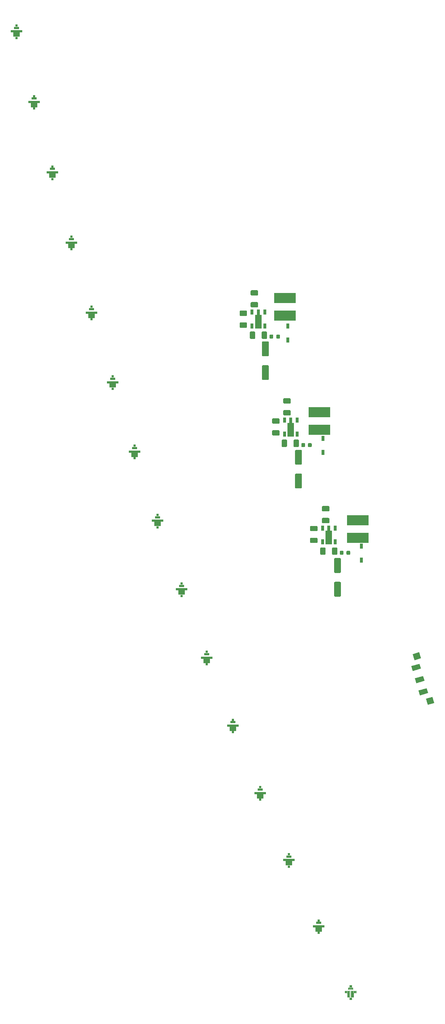
<source format=gbr>
G04 #@! TF.GenerationSoftware,KiCad,Pcbnew,(5.1.2)-1*
G04 #@! TF.CreationDate,2019-06-19T14:51:22+02:00*
G04 #@! TF.ProjectId,stop_light,73746f70-5f6c-4696-9768-742e6b696361,rev?*
G04 #@! TF.SameCoordinates,Original*
G04 #@! TF.FileFunction,Paste,Top*
G04 #@! TF.FilePolarity,Positive*
%FSLAX46Y46*%
G04 Gerber Fmt 4.6, Leading zero omitted, Abs format (unit mm)*
G04 Created by KiCad (PCBNEW (5.1.2)-1) date 2019-06-19 14:51:22*
%MOMM*%
%LPD*%
G04 APERTURE LIST*
%ADD10C,0.010000*%
%ADD11R,0.520000X0.600000*%
%ADD12R,1.100000X0.400000*%
%ADD13R,0.600000X0.400000*%
%ADD14R,0.600000X1.400000*%
%ADD15R,0.500000X0.400000*%
%ADD16R,0.600000X0.600000*%
%ADD17R,1.200000X0.550000*%
%ADD18R,1.600000X1.000000*%
%ADD19R,2.800000X0.500000*%
%ADD20C,0.100000*%
%ADD21C,1.600000*%
%ADD22C,1.200000*%
%ADD23C,1.500000*%
%ADD24R,1.500000X3.300000*%
%ADD25R,0.680000X1.200000*%
%ADD26R,0.680000X1.400000*%
%ADD27C,0.875000*%
%ADD28C,1.250000*%
%ADD29R,5.100000X2.350000*%
%ADD30R,0.800000X1.250000*%
G04 APERTURE END LIST*
D10*
X576323858Y-122050000D02*
X576620603Y-122050000D01*
X577122615Y-124454309D02*
X576622615Y-124454309D01*
X576622615Y-124854309D02*
X577122615Y-124854309D01*
X576124400Y-123254309D02*
X576124400Y-124254308D01*
X576724869Y-124254308D02*
X576724869Y-122854310D01*
X577026007Y-122854310D02*
X578202614Y-122854310D01*
X575522615Y-122844309D02*
X575522615Y-123254309D01*
X578222615Y-122854310D02*
X578222615Y-123254310D01*
X578202614Y-122854310D02*
X578222615Y-122854310D01*
X576620603Y-121458591D02*
X577130000Y-121458591D01*
X577420232Y-122449986D02*
X576323858Y-122449986D01*
X577614311Y-124254308D02*
X577026007Y-124254308D01*
X575522615Y-123254309D02*
X576124400Y-123254309D01*
X576323858Y-122449986D02*
X576323858Y-122050000D01*
X577122615Y-124854309D02*
X577122615Y-124454309D01*
X577026007Y-124254308D02*
X577026007Y-122854310D01*
X578202614Y-123254310D02*
X577614311Y-123254310D01*
X577420232Y-122050000D02*
X577420232Y-122449986D01*
X577130000Y-121458591D02*
X577130000Y-122050000D01*
X576124400Y-124254308D02*
X576724869Y-124254308D01*
X576620603Y-122050000D02*
X576620603Y-121458591D01*
X576622615Y-124454309D02*
X576622615Y-124854309D01*
X576724869Y-122854310D02*
X575522615Y-122844309D01*
X578222615Y-123254310D02*
X578202614Y-123254310D01*
X577614311Y-123254310D02*
X577614311Y-124254308D01*
X577130000Y-122050000D02*
X577420232Y-122050000D01*
D11*
X576870000Y-121760000D03*
D12*
X576870000Y-122250000D03*
D13*
X577930000Y-123050000D03*
X575830000Y-123050000D03*
D14*
X577330000Y-123550000D03*
X576430000Y-123550000D03*
D15*
X576870000Y-124650000D03*
D16*
X569400000Y-106190000D03*
D17*
X569400000Y-106755000D03*
D16*
X569400000Y-109130000D03*
D18*
X569400000Y-108330000D03*
D19*
X569400000Y-107580000D03*
D16*
X562310000Y-90560000D03*
D17*
X562310000Y-91125000D03*
D16*
X562310000Y-93500000D03*
D18*
X562310000Y-92700000D03*
D19*
X562310000Y-91950000D03*
D16*
X549110000Y-58870000D03*
D17*
X549110000Y-59435000D03*
D16*
X549110000Y-61810000D03*
D18*
X549110000Y-61010000D03*
D19*
X549110000Y-60260000D03*
D16*
X555550000Y-74770000D03*
D17*
X555550000Y-75335000D03*
D16*
X555550000Y-77710000D03*
D18*
X555550000Y-76910000D03*
D19*
X555550000Y-76160000D03*
D16*
X531390000Y-10540000D03*
D17*
X531390000Y-11105000D03*
D16*
X531390000Y-13480000D03*
D18*
X531390000Y-12680000D03*
D19*
X531390000Y-11930000D03*
D16*
X525970000Y5750000D03*
D17*
X525970000Y5185000D03*
D16*
X525970000Y2810000D03*
D18*
X525970000Y3610000D03*
D19*
X525970000Y4360000D03*
D16*
X537050000Y-26730000D03*
D17*
X537050000Y-27295000D03*
D16*
X537050000Y-29670000D03*
D18*
X537050000Y-28870000D03*
D19*
X537050000Y-28120000D03*
D16*
X520780000Y22110000D03*
D17*
X520780000Y21545000D03*
D16*
X520780000Y19170000D03*
D18*
X520780000Y19970000D03*
D19*
X520780000Y20720000D03*
D16*
X542950000Y-42850000D03*
D17*
X542950000Y-43415000D03*
D16*
X542950000Y-45790000D03*
D18*
X542950000Y-44990000D03*
D19*
X542950000Y-44240000D03*
D16*
X515810000Y38530000D03*
D17*
X515810000Y37965000D03*
D16*
X515810000Y35590000D03*
D18*
X515810000Y36390000D03*
D19*
X515810000Y37140000D03*
D16*
X511070000Y55040000D03*
D17*
X511070000Y54475000D03*
D16*
X511070000Y52100000D03*
D18*
X511070000Y52900000D03*
D19*
X511070000Y53650000D03*
D16*
X506540000Y71590000D03*
D17*
X506540000Y71025000D03*
D16*
X506540000Y68650000D03*
D18*
X506540000Y69450000D03*
D19*
X506540000Y70200000D03*
D16*
X502220000Y88200000D03*
D17*
X502220000Y87635000D03*
D16*
X502220000Y85260000D03*
D18*
X502220000Y86060000D03*
D19*
X502220000Y86810000D03*
D16*
X498090000Y104855000D03*
D17*
X498090000Y104290000D03*
D16*
X498090000Y101915000D03*
D18*
X498090000Y102715000D03*
D19*
X498090000Y103465000D03*
D20*
G36*
X574394504Y-20741204D02*
G01*
X574418773Y-20744804D01*
X574442571Y-20750765D01*
X574465671Y-20759030D01*
X574487849Y-20769520D01*
X574508893Y-20782133D01*
X574528598Y-20796747D01*
X574546777Y-20813223D01*
X574563253Y-20831402D01*
X574577867Y-20851107D01*
X574590480Y-20872151D01*
X574600970Y-20894329D01*
X574609235Y-20917429D01*
X574615196Y-20941227D01*
X574618796Y-20965496D01*
X574620000Y-20990000D01*
X574620000Y-23990000D01*
X574618796Y-24014504D01*
X574615196Y-24038773D01*
X574609235Y-24062571D01*
X574600970Y-24085671D01*
X574590480Y-24107849D01*
X574577867Y-24128893D01*
X574563253Y-24148598D01*
X574546777Y-24166777D01*
X574528598Y-24183253D01*
X574508893Y-24197867D01*
X574487849Y-24210480D01*
X574465671Y-24220970D01*
X574442571Y-24229235D01*
X574418773Y-24235196D01*
X574394504Y-24238796D01*
X574370000Y-24240000D01*
X573270000Y-24240000D01*
X573245496Y-24238796D01*
X573221227Y-24235196D01*
X573197429Y-24229235D01*
X573174329Y-24220970D01*
X573152151Y-24210480D01*
X573131107Y-24197867D01*
X573111402Y-24183253D01*
X573093223Y-24166777D01*
X573076747Y-24148598D01*
X573062133Y-24128893D01*
X573049520Y-24107849D01*
X573039030Y-24085671D01*
X573030765Y-24062571D01*
X573024804Y-24038773D01*
X573021204Y-24014504D01*
X573020000Y-23990000D01*
X573020000Y-20990000D01*
X573021204Y-20965496D01*
X573024804Y-20941227D01*
X573030765Y-20917429D01*
X573039030Y-20894329D01*
X573049520Y-20872151D01*
X573062133Y-20851107D01*
X573076747Y-20831402D01*
X573093223Y-20813223D01*
X573111402Y-20796747D01*
X573131107Y-20782133D01*
X573152151Y-20769520D01*
X573174329Y-20759030D01*
X573197429Y-20750765D01*
X573221227Y-20744804D01*
X573245496Y-20741204D01*
X573270000Y-20740000D01*
X574370000Y-20740000D01*
X574394504Y-20741204D01*
X574394504Y-20741204D01*
G37*
D21*
X573820000Y-22490000D03*
D20*
G36*
X574394504Y-26341204D02*
G01*
X574418773Y-26344804D01*
X574442571Y-26350765D01*
X574465671Y-26359030D01*
X574487849Y-26369520D01*
X574508893Y-26382133D01*
X574528598Y-26396747D01*
X574546777Y-26413223D01*
X574563253Y-26431402D01*
X574577867Y-26451107D01*
X574590480Y-26472151D01*
X574600970Y-26494329D01*
X574609235Y-26517429D01*
X574615196Y-26541227D01*
X574618796Y-26565496D01*
X574620000Y-26590000D01*
X574620000Y-29590000D01*
X574618796Y-29614504D01*
X574615196Y-29638773D01*
X574609235Y-29662571D01*
X574600970Y-29685671D01*
X574590480Y-29707849D01*
X574577867Y-29728893D01*
X574563253Y-29748598D01*
X574546777Y-29766777D01*
X574528598Y-29783253D01*
X574508893Y-29797867D01*
X574487849Y-29810480D01*
X574465671Y-29820970D01*
X574442571Y-29829235D01*
X574418773Y-29835196D01*
X574394504Y-29838796D01*
X574370000Y-29840000D01*
X573270000Y-29840000D01*
X573245496Y-29838796D01*
X573221227Y-29835196D01*
X573197429Y-29829235D01*
X573174329Y-29820970D01*
X573152151Y-29810480D01*
X573131107Y-29797867D01*
X573111402Y-29783253D01*
X573093223Y-29766777D01*
X573076747Y-29748598D01*
X573062133Y-29728893D01*
X573049520Y-29707849D01*
X573039030Y-29685671D01*
X573030765Y-29662571D01*
X573024804Y-29638773D01*
X573021204Y-29614504D01*
X573020000Y-29590000D01*
X573020000Y-26590000D01*
X573021204Y-26565496D01*
X573024804Y-26541227D01*
X573030765Y-26517429D01*
X573039030Y-26494329D01*
X573049520Y-26472151D01*
X573062133Y-26451107D01*
X573076747Y-26431402D01*
X573093223Y-26413223D01*
X573111402Y-26396747D01*
X573131107Y-26382133D01*
X573152151Y-26369520D01*
X573174329Y-26359030D01*
X573197429Y-26350765D01*
X573221227Y-26344804D01*
X573245496Y-26341204D01*
X573270000Y-26340000D01*
X574370000Y-26340000D01*
X574394504Y-26341204D01*
X574394504Y-26341204D01*
G37*
D21*
X573820000Y-28090000D03*
D22*
X594047024Y-52277942D03*
D20*
G36*
X592918305Y-51984695D02*
G01*
X594836933Y-51420012D01*
X595175743Y-52571189D01*
X593257115Y-53135872D01*
X592918305Y-51984695D01*
X592918305Y-51984695D01*
G37*
D22*
X593200000Y-49400000D03*
D20*
G36*
X592071281Y-49106753D02*
G01*
X593989909Y-48542070D01*
X594328719Y-49693247D01*
X592410091Y-50257930D01*
X592071281Y-49106753D01*
X592071281Y-49106753D01*
G37*
D22*
X592352976Y-46522058D03*
D20*
G36*
X591224257Y-46228811D02*
G01*
X593142885Y-45664128D01*
X593481695Y-46815305D01*
X591563067Y-47379988D01*
X591224257Y-46228811D01*
X591224257Y-46228811D01*
G37*
D23*
X592558470Y-43855549D03*
D20*
G36*
X591579263Y-43361937D02*
G01*
X593114165Y-42910190D01*
X593537677Y-44349161D01*
X592002775Y-44800908D01*
X591579263Y-43361937D01*
X591579263Y-43361937D01*
G37*
D23*
X595664226Y-54408002D03*
D20*
G36*
X594685019Y-53914390D02*
G01*
X596219921Y-53462643D01*
X596643433Y-54901614D01*
X595108531Y-55353361D01*
X594685019Y-53914390D01*
X594685019Y-53914390D01*
G37*
D24*
X571770000Y-15900000D03*
D25*
X573270000Y-16945000D03*
X570270000Y-16945000D03*
X570270000Y-13645000D03*
D26*
X571770000Y-13745000D03*
D25*
X573270000Y-13645000D03*
D20*
G36*
X575032691Y-19020053D02*
G01*
X575053926Y-19023203D01*
X575074750Y-19028419D01*
X575094962Y-19035651D01*
X575114368Y-19044830D01*
X575132781Y-19055866D01*
X575150024Y-19068654D01*
X575165930Y-19083070D01*
X575180346Y-19098976D01*
X575193134Y-19116219D01*
X575204170Y-19134632D01*
X575213349Y-19154038D01*
X575220581Y-19174250D01*
X575225797Y-19195074D01*
X575228947Y-19216309D01*
X575230000Y-19237750D01*
X575230000Y-19750250D01*
X575228947Y-19771691D01*
X575225797Y-19792926D01*
X575220581Y-19813750D01*
X575213349Y-19833962D01*
X575204170Y-19853368D01*
X575193134Y-19871781D01*
X575180346Y-19889024D01*
X575165930Y-19904930D01*
X575150024Y-19919346D01*
X575132781Y-19932134D01*
X575114368Y-19943170D01*
X575094962Y-19952349D01*
X575074750Y-19959581D01*
X575053926Y-19964797D01*
X575032691Y-19967947D01*
X575011250Y-19969000D01*
X574573750Y-19969000D01*
X574552309Y-19967947D01*
X574531074Y-19964797D01*
X574510250Y-19959581D01*
X574490038Y-19952349D01*
X574470632Y-19943170D01*
X574452219Y-19932134D01*
X574434976Y-19919346D01*
X574419070Y-19904930D01*
X574404654Y-19889024D01*
X574391866Y-19871781D01*
X574380830Y-19853368D01*
X574371651Y-19833962D01*
X574364419Y-19813750D01*
X574359203Y-19792926D01*
X574356053Y-19771691D01*
X574355000Y-19750250D01*
X574355000Y-19237750D01*
X574356053Y-19216309D01*
X574359203Y-19195074D01*
X574364419Y-19174250D01*
X574371651Y-19154038D01*
X574380830Y-19134632D01*
X574391866Y-19116219D01*
X574404654Y-19098976D01*
X574419070Y-19083070D01*
X574434976Y-19068654D01*
X574452219Y-19055866D01*
X574470632Y-19044830D01*
X574490038Y-19035651D01*
X574510250Y-19028419D01*
X574531074Y-19023203D01*
X574552309Y-19020053D01*
X574573750Y-19019000D01*
X575011250Y-19019000D01*
X575032691Y-19020053D01*
X575032691Y-19020053D01*
G37*
D27*
X574792500Y-19494000D03*
D20*
G36*
X576607691Y-19020053D02*
G01*
X576628926Y-19023203D01*
X576649750Y-19028419D01*
X576669962Y-19035651D01*
X576689368Y-19044830D01*
X576707781Y-19055866D01*
X576725024Y-19068654D01*
X576740930Y-19083070D01*
X576755346Y-19098976D01*
X576768134Y-19116219D01*
X576779170Y-19134632D01*
X576788349Y-19154038D01*
X576795581Y-19174250D01*
X576800797Y-19195074D01*
X576803947Y-19216309D01*
X576805000Y-19237750D01*
X576805000Y-19750250D01*
X576803947Y-19771691D01*
X576800797Y-19792926D01*
X576795581Y-19813750D01*
X576788349Y-19833962D01*
X576779170Y-19853368D01*
X576768134Y-19871781D01*
X576755346Y-19889024D01*
X576740930Y-19904930D01*
X576725024Y-19919346D01*
X576707781Y-19932134D01*
X576689368Y-19943170D01*
X576669962Y-19952349D01*
X576649750Y-19959581D01*
X576628926Y-19964797D01*
X576607691Y-19967947D01*
X576586250Y-19969000D01*
X576148750Y-19969000D01*
X576127309Y-19967947D01*
X576106074Y-19964797D01*
X576085250Y-19959581D01*
X576065038Y-19952349D01*
X576045632Y-19943170D01*
X576027219Y-19932134D01*
X576009976Y-19919346D01*
X575994070Y-19904930D01*
X575979654Y-19889024D01*
X575966866Y-19871781D01*
X575955830Y-19853368D01*
X575946651Y-19833962D01*
X575939419Y-19813750D01*
X575934203Y-19792926D01*
X575931053Y-19771691D01*
X575930000Y-19750250D01*
X575930000Y-19237750D01*
X575931053Y-19216309D01*
X575934203Y-19195074D01*
X575939419Y-19174250D01*
X575946651Y-19154038D01*
X575955830Y-19134632D01*
X575966866Y-19116219D01*
X575979654Y-19098976D01*
X575994070Y-19083070D01*
X576009976Y-19068654D01*
X576027219Y-19055866D01*
X576045632Y-19044830D01*
X576065038Y-19035651D01*
X576085250Y-19028419D01*
X576106074Y-19023203D01*
X576127309Y-19020053D01*
X576148750Y-19019000D01*
X576586250Y-19019000D01*
X576607691Y-19020053D01*
X576607691Y-19020053D01*
G37*
D27*
X576367500Y-19494000D03*
D20*
G36*
X568863504Y-15949004D02*
G01*
X568887773Y-15952604D01*
X568911571Y-15958565D01*
X568934671Y-15966830D01*
X568956849Y-15977320D01*
X568977893Y-15989933D01*
X568997598Y-16004547D01*
X569015777Y-16021023D01*
X569032253Y-16039202D01*
X569046867Y-16058907D01*
X569059480Y-16079951D01*
X569069970Y-16102129D01*
X569078235Y-16125229D01*
X569084196Y-16149027D01*
X569087796Y-16173296D01*
X569089000Y-16197800D01*
X569089000Y-16947800D01*
X569087796Y-16972304D01*
X569084196Y-16996573D01*
X569078235Y-17020371D01*
X569069970Y-17043471D01*
X569059480Y-17065649D01*
X569046867Y-17086693D01*
X569032253Y-17106398D01*
X569015777Y-17124577D01*
X568997598Y-17141053D01*
X568977893Y-17155667D01*
X568956849Y-17168280D01*
X568934671Y-17178770D01*
X568911571Y-17187035D01*
X568887773Y-17192996D01*
X568863504Y-17196596D01*
X568839000Y-17197800D01*
X567589000Y-17197800D01*
X567564496Y-17196596D01*
X567540227Y-17192996D01*
X567516429Y-17187035D01*
X567493329Y-17178770D01*
X567471151Y-17168280D01*
X567450107Y-17155667D01*
X567430402Y-17141053D01*
X567412223Y-17124577D01*
X567395747Y-17106398D01*
X567381133Y-17086693D01*
X567368520Y-17065649D01*
X567358030Y-17043471D01*
X567349765Y-17020371D01*
X567343804Y-16996573D01*
X567340204Y-16972304D01*
X567339000Y-16947800D01*
X567339000Y-16197800D01*
X567340204Y-16173296D01*
X567343804Y-16149027D01*
X567349765Y-16125229D01*
X567358030Y-16102129D01*
X567368520Y-16079951D01*
X567381133Y-16058907D01*
X567395747Y-16039202D01*
X567412223Y-16021023D01*
X567430402Y-16004547D01*
X567450107Y-15989933D01*
X567471151Y-15977320D01*
X567493329Y-15966830D01*
X567516429Y-15958565D01*
X567540227Y-15952604D01*
X567564496Y-15949004D01*
X567589000Y-15947800D01*
X568839000Y-15947800D01*
X568863504Y-15949004D01*
X568863504Y-15949004D01*
G37*
D28*
X568214000Y-16572800D03*
D20*
G36*
X568863504Y-13149004D02*
G01*
X568887773Y-13152604D01*
X568911571Y-13158565D01*
X568934671Y-13166830D01*
X568956849Y-13177320D01*
X568977893Y-13189933D01*
X568997598Y-13204547D01*
X569015777Y-13221023D01*
X569032253Y-13239202D01*
X569046867Y-13258907D01*
X569059480Y-13279951D01*
X569069970Y-13302129D01*
X569078235Y-13325229D01*
X569084196Y-13349027D01*
X569087796Y-13373296D01*
X569089000Y-13397800D01*
X569089000Y-14147800D01*
X569087796Y-14172304D01*
X569084196Y-14196573D01*
X569078235Y-14220371D01*
X569069970Y-14243471D01*
X569059480Y-14265649D01*
X569046867Y-14286693D01*
X569032253Y-14306398D01*
X569015777Y-14324577D01*
X568997598Y-14341053D01*
X568977893Y-14355667D01*
X568956849Y-14368280D01*
X568934671Y-14378770D01*
X568911571Y-14387035D01*
X568887773Y-14392996D01*
X568863504Y-14396596D01*
X568839000Y-14397800D01*
X567589000Y-14397800D01*
X567564496Y-14396596D01*
X567540227Y-14392996D01*
X567516429Y-14387035D01*
X567493329Y-14378770D01*
X567471151Y-14368280D01*
X567450107Y-14355667D01*
X567430402Y-14341053D01*
X567412223Y-14324577D01*
X567395747Y-14306398D01*
X567381133Y-14286693D01*
X567368520Y-14265649D01*
X567358030Y-14243471D01*
X567349765Y-14220371D01*
X567343804Y-14196573D01*
X567340204Y-14172304D01*
X567339000Y-14147800D01*
X567339000Y-13397800D01*
X567340204Y-13373296D01*
X567343804Y-13349027D01*
X567349765Y-13325229D01*
X567358030Y-13302129D01*
X567368520Y-13279951D01*
X567381133Y-13258907D01*
X567395747Y-13239202D01*
X567412223Y-13221023D01*
X567430402Y-13204547D01*
X567450107Y-13189933D01*
X567471151Y-13177320D01*
X567493329Y-13166830D01*
X567516429Y-13158565D01*
X567540227Y-13152604D01*
X567564496Y-13149004D01*
X567589000Y-13147800D01*
X568839000Y-13147800D01*
X568863504Y-13149004D01*
X568863504Y-13149004D01*
G37*
D28*
X568214000Y-13772800D03*
D29*
X578628000Y-15981000D03*
X578628000Y-11831000D03*
D20*
G36*
X567527691Y6373947D02*
G01*
X567548926Y6370797D01*
X567569750Y6365581D01*
X567589962Y6358349D01*
X567609368Y6349170D01*
X567627781Y6338134D01*
X567645024Y6325346D01*
X567660930Y6310930D01*
X567675346Y6295024D01*
X567688134Y6277781D01*
X567699170Y6259368D01*
X567708349Y6239962D01*
X567715581Y6219750D01*
X567720797Y6198926D01*
X567723947Y6177691D01*
X567725000Y6156250D01*
X567725000Y5643750D01*
X567723947Y5622309D01*
X567720797Y5601074D01*
X567715581Y5580250D01*
X567708349Y5560038D01*
X567699170Y5540632D01*
X567688134Y5522219D01*
X567675346Y5504976D01*
X567660930Y5489070D01*
X567645024Y5474654D01*
X567627781Y5461866D01*
X567609368Y5450830D01*
X567589962Y5441651D01*
X567569750Y5434419D01*
X567548926Y5429203D01*
X567527691Y5426053D01*
X567506250Y5425000D01*
X567068750Y5425000D01*
X567047309Y5426053D01*
X567026074Y5429203D01*
X567005250Y5434419D01*
X566985038Y5441651D01*
X566965632Y5450830D01*
X566947219Y5461866D01*
X566929976Y5474654D01*
X566914070Y5489070D01*
X566899654Y5504976D01*
X566886866Y5522219D01*
X566875830Y5540632D01*
X566866651Y5560038D01*
X566859419Y5580250D01*
X566854203Y5601074D01*
X566851053Y5622309D01*
X566850000Y5643750D01*
X566850000Y6156250D01*
X566851053Y6177691D01*
X566854203Y6198926D01*
X566859419Y6219750D01*
X566866651Y6239962D01*
X566875830Y6259368D01*
X566886866Y6277781D01*
X566899654Y6295024D01*
X566914070Y6310930D01*
X566929976Y6325346D01*
X566947219Y6338134D01*
X566965632Y6349170D01*
X566985038Y6358349D01*
X567005250Y6365581D01*
X567026074Y6370797D01*
X567047309Y6373947D01*
X567068750Y6375000D01*
X567506250Y6375000D01*
X567527691Y6373947D01*
X567527691Y6373947D01*
G37*
D27*
X567287500Y5900000D03*
D20*
G36*
X565952691Y6373947D02*
G01*
X565973926Y6370797D01*
X565994750Y6365581D01*
X566014962Y6358349D01*
X566034368Y6349170D01*
X566052781Y6338134D01*
X566070024Y6325346D01*
X566085930Y6310930D01*
X566100346Y6295024D01*
X566113134Y6277781D01*
X566124170Y6259368D01*
X566133349Y6239962D01*
X566140581Y6219750D01*
X566145797Y6198926D01*
X566148947Y6177691D01*
X566150000Y6156250D01*
X566150000Y5643750D01*
X566148947Y5622309D01*
X566145797Y5601074D01*
X566140581Y5580250D01*
X566133349Y5560038D01*
X566124170Y5540632D01*
X566113134Y5522219D01*
X566100346Y5504976D01*
X566085930Y5489070D01*
X566070024Y5474654D01*
X566052781Y5461866D01*
X566034368Y5450830D01*
X566014962Y5441651D01*
X565994750Y5434419D01*
X565973926Y5429203D01*
X565952691Y5426053D01*
X565931250Y5425000D01*
X565493750Y5425000D01*
X565472309Y5426053D01*
X565451074Y5429203D01*
X565430250Y5434419D01*
X565410038Y5441651D01*
X565390632Y5450830D01*
X565372219Y5461866D01*
X565354976Y5474654D01*
X565339070Y5489070D01*
X565324654Y5504976D01*
X565311866Y5522219D01*
X565300830Y5540632D01*
X565291651Y5560038D01*
X565284419Y5580250D01*
X565279203Y5601074D01*
X565276053Y5622309D01*
X565275000Y5643750D01*
X565275000Y6156250D01*
X565276053Y6177691D01*
X565279203Y6198926D01*
X565284419Y6219750D01*
X565291651Y6239962D01*
X565300830Y6259368D01*
X565311866Y6277781D01*
X565324654Y6295024D01*
X565339070Y6310930D01*
X565354976Y6325346D01*
X565372219Y6338134D01*
X565390632Y6349170D01*
X565410038Y6358349D01*
X565430250Y6365581D01*
X565451074Y6370797D01*
X565472309Y6373947D01*
X565493750Y6375000D01*
X565931250Y6375000D01*
X565952691Y6373947D01*
X565952691Y6373947D01*
G37*
D27*
X565712500Y5900000D03*
D20*
G36*
X559915504Y12207796D02*
G01*
X559939773Y12204196D01*
X559963571Y12198235D01*
X559986671Y12189970D01*
X560008849Y12179480D01*
X560029893Y12166867D01*
X560049598Y12152253D01*
X560067777Y12135777D01*
X560084253Y12117598D01*
X560098867Y12097893D01*
X560111480Y12076849D01*
X560121970Y12054671D01*
X560130235Y12031571D01*
X560136196Y12007773D01*
X560139796Y11983504D01*
X560141000Y11959000D01*
X560141000Y11209000D01*
X560139796Y11184496D01*
X560136196Y11160227D01*
X560130235Y11136429D01*
X560121970Y11113329D01*
X560111480Y11091151D01*
X560098867Y11070107D01*
X560084253Y11050402D01*
X560067777Y11032223D01*
X560049598Y11015747D01*
X560029893Y11001133D01*
X560008849Y10988520D01*
X559986671Y10978030D01*
X559963571Y10969765D01*
X559939773Y10963804D01*
X559915504Y10960204D01*
X559891000Y10959000D01*
X558641000Y10959000D01*
X558616496Y10960204D01*
X558592227Y10963804D01*
X558568429Y10969765D01*
X558545329Y10978030D01*
X558523151Y10988520D01*
X558502107Y11001133D01*
X558482402Y11015747D01*
X558464223Y11032223D01*
X558447747Y11050402D01*
X558433133Y11070107D01*
X558420520Y11091151D01*
X558410030Y11113329D01*
X558401765Y11136429D01*
X558395804Y11160227D01*
X558392204Y11184496D01*
X558391000Y11209000D01*
X558391000Y11959000D01*
X558392204Y11983504D01*
X558395804Y12007773D01*
X558401765Y12031571D01*
X558410030Y12054671D01*
X558420520Y12076849D01*
X558433133Y12097893D01*
X558447747Y12117598D01*
X558464223Y12135777D01*
X558482402Y12152253D01*
X558502107Y12166867D01*
X558523151Y12179480D01*
X558545329Y12189970D01*
X558568429Y12198235D01*
X558592227Y12204196D01*
X558616496Y12207796D01*
X558641000Y12209000D01*
X559891000Y12209000D01*
X559915504Y12207796D01*
X559915504Y12207796D01*
G37*
D28*
X559266000Y11584000D03*
D20*
G36*
X559915504Y9407796D02*
G01*
X559939773Y9404196D01*
X559963571Y9398235D01*
X559986671Y9389970D01*
X560008849Y9379480D01*
X560029893Y9366867D01*
X560049598Y9352253D01*
X560067777Y9335777D01*
X560084253Y9317598D01*
X560098867Y9297893D01*
X560111480Y9276849D01*
X560121970Y9254671D01*
X560130235Y9231571D01*
X560136196Y9207773D01*
X560139796Y9183504D01*
X560141000Y9159000D01*
X560141000Y8409000D01*
X560139796Y8384496D01*
X560136196Y8360227D01*
X560130235Y8336429D01*
X560121970Y8313329D01*
X560111480Y8291151D01*
X560098867Y8270107D01*
X560084253Y8250402D01*
X560067777Y8232223D01*
X560049598Y8215747D01*
X560029893Y8201133D01*
X560008849Y8188520D01*
X559986671Y8178030D01*
X559963571Y8169765D01*
X559939773Y8163804D01*
X559915504Y8160204D01*
X559891000Y8159000D01*
X558641000Y8159000D01*
X558616496Y8160204D01*
X558592227Y8163804D01*
X558568429Y8169765D01*
X558545329Y8178030D01*
X558523151Y8188520D01*
X558502107Y8201133D01*
X558482402Y8215747D01*
X558464223Y8232223D01*
X558447747Y8250402D01*
X558433133Y8270107D01*
X558420520Y8291151D01*
X558410030Y8313329D01*
X558401765Y8336429D01*
X558395804Y8360227D01*
X558392204Y8384496D01*
X558391000Y8409000D01*
X558391000Y9159000D01*
X558392204Y9183504D01*
X558395804Y9207773D01*
X558401765Y9231571D01*
X558410030Y9254671D01*
X558420520Y9276849D01*
X558433133Y9297893D01*
X558447747Y9317598D01*
X558464223Y9335777D01*
X558482402Y9352253D01*
X558502107Y9366867D01*
X558523151Y9379480D01*
X558545329Y9389970D01*
X558568429Y9398235D01*
X558592227Y9404196D01*
X558616496Y9407796D01*
X558641000Y9409000D01*
X559891000Y9409000D01*
X559915504Y9407796D01*
X559915504Y9407796D01*
G37*
D28*
X559266000Y8784000D03*
D29*
X569516000Y13674000D03*
X569516000Y9524000D03*
D25*
X564306000Y11779000D03*
D26*
X562806000Y11679000D03*
D25*
X561306000Y11779000D03*
X561306000Y8479000D03*
X564306000Y8479000D03*
D24*
X562806000Y9524000D03*
D30*
X579420000Y-21240000D03*
X579420000Y-17940000D03*
X570416000Y7484000D03*
X570416000Y4184000D03*
D20*
G36*
X561675504Y7207796D02*
G01*
X561699773Y7204196D01*
X561723571Y7198235D01*
X561746671Y7189970D01*
X561768849Y7179480D01*
X561789893Y7166867D01*
X561809598Y7152253D01*
X561827777Y7135777D01*
X561844253Y7117598D01*
X561858867Y7097893D01*
X561871480Y7076849D01*
X561881970Y7054671D01*
X561890235Y7031571D01*
X561896196Y7007773D01*
X561899796Y6983504D01*
X561901000Y6959000D01*
X561901000Y5709000D01*
X561899796Y5684496D01*
X561896196Y5660227D01*
X561890235Y5636429D01*
X561881970Y5613329D01*
X561871480Y5591151D01*
X561858867Y5570107D01*
X561844253Y5550402D01*
X561827777Y5532223D01*
X561809598Y5515747D01*
X561789893Y5501133D01*
X561768849Y5488520D01*
X561746671Y5478030D01*
X561723571Y5469765D01*
X561699773Y5463804D01*
X561675504Y5460204D01*
X561651000Y5459000D01*
X560901000Y5459000D01*
X560876496Y5460204D01*
X560852227Y5463804D01*
X560828429Y5469765D01*
X560805329Y5478030D01*
X560783151Y5488520D01*
X560762107Y5501133D01*
X560742402Y5515747D01*
X560724223Y5532223D01*
X560707747Y5550402D01*
X560693133Y5570107D01*
X560680520Y5591151D01*
X560670030Y5613329D01*
X560661765Y5636429D01*
X560655804Y5660227D01*
X560652204Y5684496D01*
X560651000Y5709000D01*
X560651000Y6959000D01*
X560652204Y6983504D01*
X560655804Y7007773D01*
X560661765Y7031571D01*
X560670030Y7054671D01*
X560680520Y7076849D01*
X560693133Y7097893D01*
X560707747Y7117598D01*
X560724223Y7135777D01*
X560742402Y7152253D01*
X560762107Y7166867D01*
X560783151Y7179480D01*
X560805329Y7189970D01*
X560828429Y7198235D01*
X560852227Y7204196D01*
X560876496Y7207796D01*
X560901000Y7209000D01*
X561651000Y7209000D01*
X561675504Y7207796D01*
X561675504Y7207796D01*
G37*
D28*
X561276000Y6334000D03*
D20*
G36*
X564475504Y7207796D02*
G01*
X564499773Y7204196D01*
X564523571Y7198235D01*
X564546671Y7189970D01*
X564568849Y7179480D01*
X564589893Y7166867D01*
X564609598Y7152253D01*
X564627777Y7135777D01*
X564644253Y7117598D01*
X564658867Y7097893D01*
X564671480Y7076849D01*
X564681970Y7054671D01*
X564690235Y7031571D01*
X564696196Y7007773D01*
X564699796Y6983504D01*
X564701000Y6959000D01*
X564701000Y5709000D01*
X564699796Y5684496D01*
X564696196Y5660227D01*
X564690235Y5636429D01*
X564681970Y5613329D01*
X564671480Y5591151D01*
X564658867Y5570107D01*
X564644253Y5550402D01*
X564627777Y5532223D01*
X564609598Y5515747D01*
X564589893Y5501133D01*
X564568849Y5488520D01*
X564546671Y5478030D01*
X564523571Y5469765D01*
X564499773Y5463804D01*
X564475504Y5460204D01*
X564451000Y5459000D01*
X563701000Y5459000D01*
X563676496Y5460204D01*
X563652227Y5463804D01*
X563628429Y5469765D01*
X563605329Y5478030D01*
X563583151Y5488520D01*
X563562107Y5501133D01*
X563542402Y5515747D01*
X563524223Y5532223D01*
X563507747Y5550402D01*
X563493133Y5570107D01*
X563480520Y5591151D01*
X563470030Y5613329D01*
X563461765Y5636429D01*
X563455804Y5660227D01*
X563452204Y5684496D01*
X563451000Y5709000D01*
X563451000Y6959000D01*
X563452204Y6983504D01*
X563455804Y7007773D01*
X563461765Y7031571D01*
X563470030Y7054671D01*
X563480520Y7076849D01*
X563493133Y7097893D01*
X563507747Y7117598D01*
X563524223Y7135777D01*
X563542402Y7152253D01*
X563562107Y7166867D01*
X563583151Y7179480D01*
X563605329Y7189970D01*
X563628429Y7198235D01*
X563652227Y7204196D01*
X563676496Y7207796D01*
X563701000Y7209000D01*
X564451000Y7209000D01*
X564475504Y7207796D01*
X564475504Y7207796D01*
G37*
D28*
X564076000Y6334000D03*
D20*
G36*
X571669504Y-8466204D02*
G01*
X571693773Y-8469804D01*
X571717571Y-8475765D01*
X571740671Y-8484030D01*
X571762849Y-8494520D01*
X571783893Y-8507133D01*
X571803598Y-8521747D01*
X571821777Y-8538223D01*
X571838253Y-8556402D01*
X571852867Y-8576107D01*
X571865480Y-8597151D01*
X571875970Y-8619329D01*
X571884235Y-8642429D01*
X571890196Y-8666227D01*
X571893796Y-8690496D01*
X571895000Y-8715000D01*
X571895000Y-9465000D01*
X571893796Y-9489504D01*
X571890196Y-9513773D01*
X571884235Y-9537571D01*
X571875970Y-9560671D01*
X571865480Y-9582849D01*
X571852867Y-9603893D01*
X571838253Y-9623598D01*
X571821777Y-9641777D01*
X571803598Y-9658253D01*
X571783893Y-9672867D01*
X571762849Y-9685480D01*
X571740671Y-9695970D01*
X571717571Y-9704235D01*
X571693773Y-9710196D01*
X571669504Y-9713796D01*
X571645000Y-9715000D01*
X570395000Y-9715000D01*
X570370496Y-9713796D01*
X570346227Y-9710196D01*
X570322429Y-9704235D01*
X570299329Y-9695970D01*
X570277151Y-9685480D01*
X570256107Y-9672867D01*
X570236402Y-9658253D01*
X570218223Y-9641777D01*
X570201747Y-9623598D01*
X570187133Y-9603893D01*
X570174520Y-9582849D01*
X570164030Y-9560671D01*
X570155765Y-9537571D01*
X570149804Y-9513773D01*
X570146204Y-9489504D01*
X570145000Y-9465000D01*
X570145000Y-8715000D01*
X570146204Y-8690496D01*
X570149804Y-8666227D01*
X570155765Y-8642429D01*
X570164030Y-8619329D01*
X570174520Y-8597151D01*
X570187133Y-8576107D01*
X570201747Y-8556402D01*
X570218223Y-8538223D01*
X570236402Y-8521747D01*
X570256107Y-8507133D01*
X570277151Y-8494520D01*
X570299329Y-8484030D01*
X570322429Y-8475765D01*
X570346227Y-8469804D01*
X570370496Y-8466204D01*
X570395000Y-8465000D01*
X571645000Y-8465000D01*
X571669504Y-8466204D01*
X571669504Y-8466204D01*
G37*
D28*
X571020000Y-9090000D03*
D20*
G36*
X571669504Y-11266204D02*
G01*
X571693773Y-11269804D01*
X571717571Y-11275765D01*
X571740671Y-11284030D01*
X571762849Y-11294520D01*
X571783893Y-11307133D01*
X571803598Y-11321747D01*
X571821777Y-11338223D01*
X571838253Y-11356402D01*
X571852867Y-11376107D01*
X571865480Y-11397151D01*
X571875970Y-11419329D01*
X571884235Y-11442429D01*
X571890196Y-11466227D01*
X571893796Y-11490496D01*
X571895000Y-11515000D01*
X571895000Y-12265000D01*
X571893796Y-12289504D01*
X571890196Y-12313773D01*
X571884235Y-12337571D01*
X571875970Y-12360671D01*
X571865480Y-12382849D01*
X571852867Y-12403893D01*
X571838253Y-12423598D01*
X571821777Y-12441777D01*
X571803598Y-12458253D01*
X571783893Y-12472867D01*
X571762849Y-12485480D01*
X571740671Y-12495970D01*
X571717571Y-12504235D01*
X571693773Y-12510196D01*
X571669504Y-12513796D01*
X571645000Y-12515000D01*
X570395000Y-12515000D01*
X570370496Y-12513796D01*
X570346227Y-12510196D01*
X570322429Y-12504235D01*
X570299329Y-12495970D01*
X570277151Y-12485480D01*
X570256107Y-12472867D01*
X570236402Y-12458253D01*
X570218223Y-12441777D01*
X570201747Y-12423598D01*
X570187133Y-12403893D01*
X570174520Y-12382849D01*
X570164030Y-12360671D01*
X570155765Y-12337571D01*
X570149804Y-12313773D01*
X570146204Y-12289504D01*
X570145000Y-12265000D01*
X570145000Y-11515000D01*
X570146204Y-11490496D01*
X570149804Y-11466227D01*
X570155765Y-11442429D01*
X570164030Y-11419329D01*
X570174520Y-11397151D01*
X570187133Y-11376107D01*
X570201747Y-11356402D01*
X570218223Y-11338223D01*
X570236402Y-11321747D01*
X570256107Y-11307133D01*
X570277151Y-11294520D01*
X570299329Y-11284030D01*
X570322429Y-11275765D01*
X570346227Y-11269804D01*
X570370496Y-11266204D01*
X570395000Y-11265000D01*
X571645000Y-11265000D01*
X571669504Y-11266204D01*
X571669504Y-11266204D01*
G37*
D28*
X571020000Y-11890000D03*
D20*
G36*
X562539504Y14151796D02*
G01*
X562563773Y14148196D01*
X562587571Y14142235D01*
X562610671Y14133970D01*
X562632849Y14123480D01*
X562653893Y14110867D01*
X562673598Y14096253D01*
X562691777Y14079777D01*
X562708253Y14061598D01*
X562722867Y14041893D01*
X562735480Y14020849D01*
X562745970Y13998671D01*
X562754235Y13975571D01*
X562760196Y13951773D01*
X562763796Y13927504D01*
X562765000Y13903000D01*
X562765000Y13153000D01*
X562763796Y13128496D01*
X562760196Y13104227D01*
X562754235Y13080429D01*
X562745970Y13057329D01*
X562735480Y13035151D01*
X562722867Y13014107D01*
X562708253Y12994402D01*
X562691777Y12976223D01*
X562673598Y12959747D01*
X562653893Y12945133D01*
X562632849Y12932520D01*
X562610671Y12922030D01*
X562587571Y12913765D01*
X562563773Y12907804D01*
X562539504Y12904204D01*
X562515000Y12903000D01*
X561265000Y12903000D01*
X561240496Y12904204D01*
X561216227Y12907804D01*
X561192429Y12913765D01*
X561169329Y12922030D01*
X561147151Y12932520D01*
X561126107Y12945133D01*
X561106402Y12959747D01*
X561088223Y12976223D01*
X561071747Y12994402D01*
X561057133Y13014107D01*
X561044520Y13035151D01*
X561034030Y13057329D01*
X561025765Y13080429D01*
X561019804Y13104227D01*
X561016204Y13128496D01*
X561015000Y13153000D01*
X561015000Y13903000D01*
X561016204Y13927504D01*
X561019804Y13951773D01*
X561025765Y13975571D01*
X561034030Y13998671D01*
X561044520Y14020849D01*
X561057133Y14041893D01*
X561071747Y14061598D01*
X561088223Y14079777D01*
X561106402Y14096253D01*
X561126107Y14110867D01*
X561147151Y14123480D01*
X561169329Y14133970D01*
X561192429Y14142235D01*
X561216227Y14148196D01*
X561240496Y14151796D01*
X561265000Y14153000D01*
X562515000Y14153000D01*
X562539504Y14151796D01*
X562539504Y14151796D01*
G37*
D28*
X561890000Y13528000D03*
D20*
G36*
X562539504Y16951796D02*
G01*
X562563773Y16948196D01*
X562587571Y16942235D01*
X562610671Y16933970D01*
X562632849Y16923480D01*
X562653893Y16910867D01*
X562673598Y16896253D01*
X562691777Y16879777D01*
X562708253Y16861598D01*
X562722867Y16841893D01*
X562735480Y16820849D01*
X562745970Y16798671D01*
X562754235Y16775571D01*
X562760196Y16751773D01*
X562763796Y16727504D01*
X562765000Y16703000D01*
X562765000Y15953000D01*
X562763796Y15928496D01*
X562760196Y15904227D01*
X562754235Y15880429D01*
X562745970Y15857329D01*
X562735480Y15835151D01*
X562722867Y15814107D01*
X562708253Y15794402D01*
X562691777Y15776223D01*
X562673598Y15759747D01*
X562653893Y15745133D01*
X562632849Y15732520D01*
X562610671Y15722030D01*
X562587571Y15713765D01*
X562563773Y15707804D01*
X562539504Y15704204D01*
X562515000Y15703000D01*
X561265000Y15703000D01*
X561240496Y15704204D01*
X561216227Y15707804D01*
X561192429Y15713765D01*
X561169329Y15722030D01*
X561147151Y15732520D01*
X561126107Y15745133D01*
X561106402Y15759747D01*
X561088223Y15776223D01*
X561071747Y15794402D01*
X561057133Y15814107D01*
X561044520Y15835151D01*
X561034030Y15857329D01*
X561025765Y15880429D01*
X561019804Y15904227D01*
X561016204Y15928496D01*
X561015000Y15953000D01*
X561015000Y16703000D01*
X561016204Y16727504D01*
X561019804Y16751773D01*
X561025765Y16775571D01*
X561034030Y16798671D01*
X561044520Y16820849D01*
X561057133Y16841893D01*
X561071747Y16861598D01*
X561088223Y16879777D01*
X561106402Y16896253D01*
X561126107Y16910867D01*
X561147151Y16923480D01*
X561169329Y16933970D01*
X561192429Y16942235D01*
X561216227Y16948196D01*
X561240496Y16951796D01*
X561265000Y16953000D01*
X562515000Y16953000D01*
X562539504Y16951796D01*
X562539504Y16951796D01*
G37*
D28*
X561890000Y16328000D03*
D20*
G36*
X560040191Y31973947D02*
G01*
X560061426Y31970797D01*
X560082250Y31965581D01*
X560102462Y31958349D01*
X560121868Y31949170D01*
X560140281Y31938134D01*
X560157524Y31925346D01*
X560173430Y31910930D01*
X560187846Y31895024D01*
X560200634Y31877781D01*
X560211670Y31859368D01*
X560220849Y31839962D01*
X560228081Y31819750D01*
X560233297Y31798926D01*
X560236447Y31777691D01*
X560237500Y31756250D01*
X560237500Y31243750D01*
X560236447Y31222309D01*
X560233297Y31201074D01*
X560228081Y31180250D01*
X560220849Y31160038D01*
X560211670Y31140632D01*
X560200634Y31122219D01*
X560187846Y31104976D01*
X560173430Y31089070D01*
X560157524Y31074654D01*
X560140281Y31061866D01*
X560121868Y31050830D01*
X560102462Y31041651D01*
X560082250Y31034419D01*
X560061426Y31029203D01*
X560040191Y31026053D01*
X560018750Y31025000D01*
X559581250Y31025000D01*
X559559809Y31026053D01*
X559538574Y31029203D01*
X559517750Y31034419D01*
X559497538Y31041651D01*
X559478132Y31050830D01*
X559459719Y31061866D01*
X559442476Y31074654D01*
X559426570Y31089070D01*
X559412154Y31104976D01*
X559399366Y31122219D01*
X559388330Y31140632D01*
X559379151Y31160038D01*
X559371919Y31180250D01*
X559366703Y31201074D01*
X559363553Y31222309D01*
X559362500Y31243750D01*
X559362500Y31756250D01*
X559363553Y31777691D01*
X559366703Y31798926D01*
X559371919Y31819750D01*
X559379151Y31839962D01*
X559388330Y31859368D01*
X559399366Y31877781D01*
X559412154Y31895024D01*
X559426570Y31910930D01*
X559442476Y31925346D01*
X559459719Y31938134D01*
X559478132Y31949170D01*
X559497538Y31958349D01*
X559517750Y31965581D01*
X559538574Y31970797D01*
X559559809Y31973947D01*
X559581250Y31975000D01*
X560018750Y31975000D01*
X560040191Y31973947D01*
X560040191Y31973947D01*
G37*
D27*
X559800000Y31500000D03*
D20*
G36*
X558465191Y31973947D02*
G01*
X558486426Y31970797D01*
X558507250Y31965581D01*
X558527462Y31958349D01*
X558546868Y31949170D01*
X558565281Y31938134D01*
X558582524Y31925346D01*
X558598430Y31910930D01*
X558612846Y31895024D01*
X558625634Y31877781D01*
X558636670Y31859368D01*
X558645849Y31839962D01*
X558653081Y31819750D01*
X558658297Y31798926D01*
X558661447Y31777691D01*
X558662500Y31756250D01*
X558662500Y31243750D01*
X558661447Y31222309D01*
X558658297Y31201074D01*
X558653081Y31180250D01*
X558645849Y31160038D01*
X558636670Y31140632D01*
X558625634Y31122219D01*
X558612846Y31104976D01*
X558598430Y31089070D01*
X558582524Y31074654D01*
X558565281Y31061866D01*
X558546868Y31050830D01*
X558527462Y31041651D01*
X558507250Y31034419D01*
X558486426Y31029203D01*
X558465191Y31026053D01*
X558443750Y31025000D01*
X558006250Y31025000D01*
X557984809Y31026053D01*
X557963574Y31029203D01*
X557942750Y31034419D01*
X557922538Y31041651D01*
X557903132Y31050830D01*
X557884719Y31061866D01*
X557867476Y31074654D01*
X557851570Y31089070D01*
X557837154Y31104976D01*
X557824366Y31122219D01*
X557813330Y31140632D01*
X557804151Y31160038D01*
X557796919Y31180250D01*
X557791703Y31201074D01*
X557788553Y31222309D01*
X557787500Y31243750D01*
X557787500Y31756250D01*
X557788553Y31777691D01*
X557791703Y31798926D01*
X557796919Y31819750D01*
X557804151Y31839962D01*
X557813330Y31859368D01*
X557824366Y31877781D01*
X557837154Y31895024D01*
X557851570Y31910930D01*
X557867476Y31925346D01*
X557884719Y31938134D01*
X557903132Y31949170D01*
X557922538Y31958349D01*
X557942750Y31965581D01*
X557963574Y31970797D01*
X557984809Y31973947D01*
X558006250Y31975000D01*
X558443750Y31975000D01*
X558465191Y31973947D01*
X558465191Y31973947D01*
G37*
D27*
X558225000Y31500000D03*
D20*
G36*
X552249504Y34823796D02*
G01*
X552273773Y34820196D01*
X552297571Y34814235D01*
X552320671Y34805970D01*
X552342849Y34795480D01*
X552363893Y34782867D01*
X552383598Y34768253D01*
X552401777Y34751777D01*
X552418253Y34733598D01*
X552432867Y34713893D01*
X552445480Y34692849D01*
X552455970Y34670671D01*
X552464235Y34647571D01*
X552470196Y34623773D01*
X552473796Y34599504D01*
X552475000Y34575000D01*
X552475000Y33825000D01*
X552473796Y33800496D01*
X552470196Y33776227D01*
X552464235Y33752429D01*
X552455970Y33729329D01*
X552445480Y33707151D01*
X552432867Y33686107D01*
X552418253Y33666402D01*
X552401777Y33648223D01*
X552383598Y33631747D01*
X552363893Y33617133D01*
X552342849Y33604520D01*
X552320671Y33594030D01*
X552297571Y33585765D01*
X552273773Y33579804D01*
X552249504Y33576204D01*
X552225000Y33575000D01*
X550975000Y33575000D01*
X550950496Y33576204D01*
X550926227Y33579804D01*
X550902429Y33585765D01*
X550879329Y33594030D01*
X550857151Y33604520D01*
X550836107Y33617133D01*
X550816402Y33631747D01*
X550798223Y33648223D01*
X550781747Y33666402D01*
X550767133Y33686107D01*
X550754520Y33707151D01*
X550744030Y33729329D01*
X550735765Y33752429D01*
X550729804Y33776227D01*
X550726204Y33800496D01*
X550725000Y33825000D01*
X550725000Y34575000D01*
X550726204Y34599504D01*
X550729804Y34623773D01*
X550735765Y34647571D01*
X550744030Y34670671D01*
X550754520Y34692849D01*
X550767133Y34713893D01*
X550781747Y34733598D01*
X550798223Y34751777D01*
X550816402Y34768253D01*
X550836107Y34782867D01*
X550857151Y34795480D01*
X550879329Y34805970D01*
X550902429Y34814235D01*
X550926227Y34820196D01*
X550950496Y34823796D01*
X550975000Y34825000D01*
X552225000Y34825000D01*
X552249504Y34823796D01*
X552249504Y34823796D01*
G37*
D28*
X551600000Y34200000D03*
D20*
G36*
X552249504Y37623796D02*
G01*
X552273773Y37620196D01*
X552297571Y37614235D01*
X552320671Y37605970D01*
X552342849Y37595480D01*
X552363893Y37582867D01*
X552383598Y37568253D01*
X552401777Y37551777D01*
X552418253Y37533598D01*
X552432867Y37513893D01*
X552445480Y37492849D01*
X552455970Y37470671D01*
X552464235Y37447571D01*
X552470196Y37423773D01*
X552473796Y37399504D01*
X552475000Y37375000D01*
X552475000Y36625000D01*
X552473796Y36600496D01*
X552470196Y36576227D01*
X552464235Y36552429D01*
X552455970Y36529329D01*
X552445480Y36507151D01*
X552432867Y36486107D01*
X552418253Y36466402D01*
X552401777Y36448223D01*
X552383598Y36431747D01*
X552363893Y36417133D01*
X552342849Y36404520D01*
X552320671Y36394030D01*
X552297571Y36385765D01*
X552273773Y36379804D01*
X552249504Y36376204D01*
X552225000Y36375000D01*
X550975000Y36375000D01*
X550950496Y36376204D01*
X550926227Y36379804D01*
X550902429Y36385765D01*
X550879329Y36394030D01*
X550857151Y36404520D01*
X550836107Y36417133D01*
X550816402Y36431747D01*
X550798223Y36448223D01*
X550781747Y36466402D01*
X550767133Y36486107D01*
X550754520Y36507151D01*
X550744030Y36529329D01*
X550735765Y36552429D01*
X550729804Y36576227D01*
X550726204Y36600496D01*
X550725000Y36625000D01*
X550725000Y37375000D01*
X550726204Y37399504D01*
X550729804Y37423773D01*
X550735765Y37447571D01*
X550744030Y37470671D01*
X550754520Y37492849D01*
X550767133Y37513893D01*
X550781747Y37533598D01*
X550798223Y37551777D01*
X550816402Y37568253D01*
X550836107Y37582867D01*
X550857151Y37595480D01*
X550879329Y37605970D01*
X550902429Y37614235D01*
X550926227Y37620196D01*
X550950496Y37623796D01*
X550975000Y37625000D01*
X552225000Y37625000D01*
X552249504Y37623796D01*
X552249504Y37623796D01*
G37*
D28*
X551600000Y37000000D03*
D20*
G36*
X554849504Y39623796D02*
G01*
X554873773Y39620196D01*
X554897571Y39614235D01*
X554920671Y39605970D01*
X554942849Y39595480D01*
X554963893Y39582867D01*
X554983598Y39568253D01*
X555001777Y39551777D01*
X555018253Y39533598D01*
X555032867Y39513893D01*
X555045480Y39492849D01*
X555055970Y39470671D01*
X555064235Y39447571D01*
X555070196Y39423773D01*
X555073796Y39399504D01*
X555075000Y39375000D01*
X555075000Y38625000D01*
X555073796Y38600496D01*
X555070196Y38576227D01*
X555064235Y38552429D01*
X555055970Y38529329D01*
X555045480Y38507151D01*
X555032867Y38486107D01*
X555018253Y38466402D01*
X555001777Y38448223D01*
X554983598Y38431747D01*
X554963893Y38417133D01*
X554942849Y38404520D01*
X554920671Y38394030D01*
X554897571Y38385765D01*
X554873773Y38379804D01*
X554849504Y38376204D01*
X554825000Y38375000D01*
X553575000Y38375000D01*
X553550496Y38376204D01*
X553526227Y38379804D01*
X553502429Y38385765D01*
X553479329Y38394030D01*
X553457151Y38404520D01*
X553436107Y38417133D01*
X553416402Y38431747D01*
X553398223Y38448223D01*
X553381747Y38466402D01*
X553367133Y38486107D01*
X553354520Y38507151D01*
X553344030Y38529329D01*
X553335765Y38552429D01*
X553329804Y38576227D01*
X553326204Y38600496D01*
X553325000Y38625000D01*
X553325000Y39375000D01*
X553326204Y39399504D01*
X553329804Y39423773D01*
X553335765Y39447571D01*
X553344030Y39470671D01*
X553354520Y39492849D01*
X553367133Y39513893D01*
X553381747Y39533598D01*
X553398223Y39551777D01*
X553416402Y39568253D01*
X553436107Y39582867D01*
X553457151Y39595480D01*
X553479329Y39605970D01*
X553502429Y39614235D01*
X553526227Y39620196D01*
X553550496Y39623796D01*
X553575000Y39625000D01*
X554825000Y39625000D01*
X554849504Y39623796D01*
X554849504Y39623796D01*
G37*
D28*
X554200000Y39000000D03*
D20*
G36*
X554849504Y42423796D02*
G01*
X554873773Y42420196D01*
X554897571Y42414235D01*
X554920671Y42405970D01*
X554942849Y42395480D01*
X554963893Y42382867D01*
X554983598Y42368253D01*
X555001777Y42351777D01*
X555018253Y42333598D01*
X555032867Y42313893D01*
X555045480Y42292849D01*
X555055970Y42270671D01*
X555064235Y42247571D01*
X555070196Y42223773D01*
X555073796Y42199504D01*
X555075000Y42175000D01*
X555075000Y41425000D01*
X555073796Y41400496D01*
X555070196Y41376227D01*
X555064235Y41352429D01*
X555055970Y41329329D01*
X555045480Y41307151D01*
X555032867Y41286107D01*
X555018253Y41266402D01*
X555001777Y41248223D01*
X554983598Y41231747D01*
X554963893Y41217133D01*
X554942849Y41204520D01*
X554920671Y41194030D01*
X554897571Y41185765D01*
X554873773Y41179804D01*
X554849504Y41176204D01*
X554825000Y41175000D01*
X553575000Y41175000D01*
X553550496Y41176204D01*
X553526227Y41179804D01*
X553502429Y41185765D01*
X553479329Y41194030D01*
X553457151Y41204520D01*
X553436107Y41217133D01*
X553416402Y41231747D01*
X553398223Y41248223D01*
X553381747Y41266402D01*
X553367133Y41286107D01*
X553354520Y41307151D01*
X553344030Y41329329D01*
X553335765Y41352429D01*
X553329804Y41376227D01*
X553326204Y41400496D01*
X553325000Y41425000D01*
X553325000Y42175000D01*
X553326204Y42199504D01*
X553329804Y42223773D01*
X553335765Y42247571D01*
X553344030Y42270671D01*
X553354520Y42292849D01*
X553367133Y42313893D01*
X553381747Y42333598D01*
X553398223Y42351777D01*
X553416402Y42368253D01*
X553436107Y42382867D01*
X553457151Y42395480D01*
X553479329Y42405970D01*
X553502429Y42414235D01*
X553526227Y42420196D01*
X553550496Y42423796D01*
X553575000Y42425000D01*
X554825000Y42425000D01*
X554849504Y42423796D01*
X554849504Y42423796D01*
G37*
D28*
X554200000Y41800000D03*
D30*
X562100000Y30700000D03*
X562100000Y34000000D03*
D29*
X561400000Y36450000D03*
X561400000Y40600000D03*
D25*
X556660000Y37276000D03*
D26*
X555160000Y37176000D03*
D25*
X553660000Y37276000D03*
X553660000Y33976000D03*
X556660000Y33976000D03*
D24*
X555160000Y35021000D03*
D20*
G36*
X554159504Y32689796D02*
G01*
X554183773Y32686196D01*
X554207571Y32680235D01*
X554230671Y32671970D01*
X554252849Y32661480D01*
X554273893Y32648867D01*
X554293598Y32634253D01*
X554311777Y32617777D01*
X554328253Y32599598D01*
X554342867Y32579893D01*
X554355480Y32558849D01*
X554365970Y32536671D01*
X554374235Y32513571D01*
X554380196Y32489773D01*
X554383796Y32465504D01*
X554385000Y32441000D01*
X554385000Y31191000D01*
X554383796Y31166496D01*
X554380196Y31142227D01*
X554374235Y31118429D01*
X554365970Y31095329D01*
X554355480Y31073151D01*
X554342867Y31052107D01*
X554328253Y31032402D01*
X554311777Y31014223D01*
X554293598Y30997747D01*
X554273893Y30983133D01*
X554252849Y30970520D01*
X554230671Y30960030D01*
X554207571Y30951765D01*
X554183773Y30945804D01*
X554159504Y30942204D01*
X554135000Y30941000D01*
X553385000Y30941000D01*
X553360496Y30942204D01*
X553336227Y30945804D01*
X553312429Y30951765D01*
X553289329Y30960030D01*
X553267151Y30970520D01*
X553246107Y30983133D01*
X553226402Y30997747D01*
X553208223Y31014223D01*
X553191747Y31032402D01*
X553177133Y31052107D01*
X553164520Y31073151D01*
X553154030Y31095329D01*
X553145765Y31118429D01*
X553139804Y31142227D01*
X553136204Y31166496D01*
X553135000Y31191000D01*
X553135000Y32441000D01*
X553136204Y32465504D01*
X553139804Y32489773D01*
X553145765Y32513571D01*
X553154030Y32536671D01*
X553164520Y32558849D01*
X553177133Y32579893D01*
X553191747Y32599598D01*
X553208223Y32617777D01*
X553226402Y32634253D01*
X553246107Y32648867D01*
X553267151Y32661480D01*
X553289329Y32671970D01*
X553312429Y32680235D01*
X553336227Y32686196D01*
X553360496Y32689796D01*
X553385000Y32691000D01*
X554135000Y32691000D01*
X554159504Y32689796D01*
X554159504Y32689796D01*
G37*
D28*
X553760000Y31816000D03*
D20*
G36*
X556959504Y32689796D02*
G01*
X556983773Y32686196D01*
X557007571Y32680235D01*
X557030671Y32671970D01*
X557052849Y32661480D01*
X557073893Y32648867D01*
X557093598Y32634253D01*
X557111777Y32617777D01*
X557128253Y32599598D01*
X557142867Y32579893D01*
X557155480Y32558849D01*
X557165970Y32536671D01*
X557174235Y32513571D01*
X557180196Y32489773D01*
X557183796Y32465504D01*
X557185000Y32441000D01*
X557185000Y31191000D01*
X557183796Y31166496D01*
X557180196Y31142227D01*
X557174235Y31118429D01*
X557165970Y31095329D01*
X557155480Y31073151D01*
X557142867Y31052107D01*
X557128253Y31032402D01*
X557111777Y31014223D01*
X557093598Y30997747D01*
X557073893Y30983133D01*
X557052849Y30970520D01*
X557030671Y30960030D01*
X557007571Y30951765D01*
X556983773Y30945804D01*
X556959504Y30942204D01*
X556935000Y30941000D01*
X556185000Y30941000D01*
X556160496Y30942204D01*
X556136227Y30945804D01*
X556112429Y30951765D01*
X556089329Y30960030D01*
X556067151Y30970520D01*
X556046107Y30983133D01*
X556026402Y30997747D01*
X556008223Y31014223D01*
X555991747Y31032402D01*
X555977133Y31052107D01*
X555964520Y31073151D01*
X555954030Y31095329D01*
X555945765Y31118429D01*
X555939804Y31142227D01*
X555936204Y31166496D01*
X555935000Y31191000D01*
X555935000Y32441000D01*
X555936204Y32465504D01*
X555939804Y32489773D01*
X555945765Y32513571D01*
X555954030Y32536671D01*
X555964520Y32558849D01*
X555977133Y32579893D01*
X555991747Y32599598D01*
X556008223Y32617777D01*
X556026402Y32634253D01*
X556046107Y32648867D01*
X556067151Y32661480D01*
X556089329Y32671970D01*
X556112429Y32680235D01*
X556136227Y32686196D01*
X556160496Y32689796D01*
X556185000Y32691000D01*
X556935000Y32691000D01*
X556959504Y32689796D01*
X556959504Y32689796D01*
G37*
D28*
X556560000Y31816000D03*
D20*
G36*
X557374504Y30348796D02*
G01*
X557398773Y30345196D01*
X557422571Y30339235D01*
X557445671Y30330970D01*
X557467849Y30320480D01*
X557488893Y30307867D01*
X557508598Y30293253D01*
X557526777Y30276777D01*
X557543253Y30258598D01*
X557557867Y30238893D01*
X557570480Y30217849D01*
X557580970Y30195671D01*
X557589235Y30172571D01*
X557595196Y30148773D01*
X557598796Y30124504D01*
X557600000Y30100000D01*
X557600000Y27100000D01*
X557598796Y27075496D01*
X557595196Y27051227D01*
X557589235Y27027429D01*
X557580970Y27004329D01*
X557570480Y26982151D01*
X557557867Y26961107D01*
X557543253Y26941402D01*
X557526777Y26923223D01*
X557508598Y26906747D01*
X557488893Y26892133D01*
X557467849Y26879520D01*
X557445671Y26869030D01*
X557422571Y26860765D01*
X557398773Y26854804D01*
X557374504Y26851204D01*
X557350000Y26850000D01*
X556250000Y26850000D01*
X556225496Y26851204D01*
X556201227Y26854804D01*
X556177429Y26860765D01*
X556154329Y26869030D01*
X556132151Y26879520D01*
X556111107Y26892133D01*
X556091402Y26906747D01*
X556073223Y26923223D01*
X556056747Y26941402D01*
X556042133Y26961107D01*
X556029520Y26982151D01*
X556019030Y27004329D01*
X556010765Y27027429D01*
X556004804Y27051227D01*
X556001204Y27075496D01*
X556000000Y27100000D01*
X556000000Y30100000D01*
X556001204Y30124504D01*
X556004804Y30148773D01*
X556010765Y30172571D01*
X556019030Y30195671D01*
X556029520Y30217849D01*
X556042133Y30238893D01*
X556056747Y30258598D01*
X556073223Y30276777D01*
X556091402Y30293253D01*
X556111107Y30307867D01*
X556132151Y30320480D01*
X556154329Y30330970D01*
X556177429Y30339235D01*
X556201227Y30345196D01*
X556225496Y30348796D01*
X556250000Y30350000D01*
X557350000Y30350000D01*
X557374504Y30348796D01*
X557374504Y30348796D01*
G37*
D21*
X556800000Y28600000D03*
D20*
G36*
X557374504Y24748796D02*
G01*
X557398773Y24745196D01*
X557422571Y24739235D01*
X557445671Y24730970D01*
X557467849Y24720480D01*
X557488893Y24707867D01*
X557508598Y24693253D01*
X557526777Y24676777D01*
X557543253Y24658598D01*
X557557867Y24638893D01*
X557570480Y24617849D01*
X557580970Y24595671D01*
X557589235Y24572571D01*
X557595196Y24548773D01*
X557598796Y24524504D01*
X557600000Y24500000D01*
X557600000Y21500000D01*
X557598796Y21475496D01*
X557595196Y21451227D01*
X557589235Y21427429D01*
X557580970Y21404329D01*
X557570480Y21382151D01*
X557557867Y21361107D01*
X557543253Y21341402D01*
X557526777Y21323223D01*
X557508598Y21306747D01*
X557488893Y21292133D01*
X557467849Y21279520D01*
X557445671Y21269030D01*
X557422571Y21260765D01*
X557398773Y21254804D01*
X557374504Y21251204D01*
X557350000Y21250000D01*
X556250000Y21250000D01*
X556225496Y21251204D01*
X556201227Y21254804D01*
X556177429Y21260765D01*
X556154329Y21269030D01*
X556132151Y21279520D01*
X556111107Y21292133D01*
X556091402Y21306747D01*
X556073223Y21323223D01*
X556056747Y21341402D01*
X556042133Y21361107D01*
X556029520Y21382151D01*
X556019030Y21404329D01*
X556010765Y21427429D01*
X556004804Y21451227D01*
X556001204Y21475496D01*
X556000000Y21500000D01*
X556000000Y24500000D01*
X556001204Y24524504D01*
X556004804Y24548773D01*
X556010765Y24572571D01*
X556019030Y24595671D01*
X556029520Y24617849D01*
X556042133Y24638893D01*
X556056747Y24658598D01*
X556073223Y24676777D01*
X556091402Y24693253D01*
X556111107Y24707867D01*
X556132151Y24720480D01*
X556154329Y24730970D01*
X556177429Y24739235D01*
X556201227Y24745196D01*
X556225496Y24748796D01*
X556250000Y24750000D01*
X557350000Y24750000D01*
X557374504Y24748796D01*
X557374504Y24748796D01*
G37*
D21*
X556800000Y23000000D03*
D20*
G36*
X565190504Y4782796D02*
G01*
X565214773Y4779196D01*
X565238571Y4773235D01*
X565261671Y4764970D01*
X565283849Y4754480D01*
X565304893Y4741867D01*
X565324598Y4727253D01*
X565342777Y4710777D01*
X565359253Y4692598D01*
X565373867Y4672893D01*
X565386480Y4651849D01*
X565396970Y4629671D01*
X565405235Y4606571D01*
X565411196Y4582773D01*
X565414796Y4558504D01*
X565416000Y4534000D01*
X565416000Y1534000D01*
X565414796Y1509496D01*
X565411196Y1485227D01*
X565405235Y1461429D01*
X565396970Y1438329D01*
X565386480Y1416151D01*
X565373867Y1395107D01*
X565359253Y1375402D01*
X565342777Y1357223D01*
X565324598Y1340747D01*
X565304893Y1326133D01*
X565283849Y1313520D01*
X565261671Y1303030D01*
X565238571Y1294765D01*
X565214773Y1288804D01*
X565190504Y1285204D01*
X565166000Y1284000D01*
X564066000Y1284000D01*
X564041496Y1285204D01*
X564017227Y1288804D01*
X563993429Y1294765D01*
X563970329Y1303030D01*
X563948151Y1313520D01*
X563927107Y1326133D01*
X563907402Y1340747D01*
X563889223Y1357223D01*
X563872747Y1375402D01*
X563858133Y1395107D01*
X563845520Y1416151D01*
X563835030Y1438329D01*
X563826765Y1461429D01*
X563820804Y1485227D01*
X563817204Y1509496D01*
X563816000Y1534000D01*
X563816000Y4534000D01*
X563817204Y4558504D01*
X563820804Y4582773D01*
X563826765Y4606571D01*
X563835030Y4629671D01*
X563845520Y4651849D01*
X563858133Y4672893D01*
X563872747Y4692598D01*
X563889223Y4710777D01*
X563907402Y4727253D01*
X563927107Y4741867D01*
X563948151Y4754480D01*
X563970329Y4764970D01*
X563993429Y4773235D01*
X564017227Y4779196D01*
X564041496Y4782796D01*
X564066000Y4784000D01*
X565166000Y4784000D01*
X565190504Y4782796D01*
X565190504Y4782796D01*
G37*
D21*
X564616000Y3034000D03*
D20*
G36*
X565190504Y-817204D02*
G01*
X565214773Y-820804D01*
X565238571Y-826765D01*
X565261671Y-835030D01*
X565283849Y-845520D01*
X565304893Y-858133D01*
X565324598Y-872747D01*
X565342777Y-889223D01*
X565359253Y-907402D01*
X565373867Y-927107D01*
X565386480Y-948151D01*
X565396970Y-970329D01*
X565405235Y-993429D01*
X565411196Y-1017227D01*
X565414796Y-1041496D01*
X565416000Y-1066000D01*
X565416000Y-4066000D01*
X565414796Y-4090504D01*
X565411196Y-4114773D01*
X565405235Y-4138571D01*
X565396970Y-4161671D01*
X565386480Y-4183849D01*
X565373867Y-4204893D01*
X565359253Y-4224598D01*
X565342777Y-4242777D01*
X565324598Y-4259253D01*
X565304893Y-4273867D01*
X565283849Y-4286480D01*
X565261671Y-4296970D01*
X565238571Y-4305235D01*
X565214773Y-4311196D01*
X565190504Y-4314796D01*
X565166000Y-4316000D01*
X564066000Y-4316000D01*
X564041496Y-4314796D01*
X564017227Y-4311196D01*
X563993429Y-4305235D01*
X563970329Y-4296970D01*
X563948151Y-4286480D01*
X563927107Y-4273867D01*
X563907402Y-4259253D01*
X563889223Y-4242777D01*
X563872747Y-4224598D01*
X563858133Y-4204893D01*
X563845520Y-4183849D01*
X563835030Y-4161671D01*
X563826765Y-4138571D01*
X563820804Y-4114773D01*
X563817204Y-4090504D01*
X563816000Y-4066000D01*
X563816000Y-1066000D01*
X563817204Y-1041496D01*
X563820804Y-1017227D01*
X563826765Y-993429D01*
X563835030Y-970329D01*
X563845520Y-948151D01*
X563858133Y-927107D01*
X563872747Y-907402D01*
X563889223Y-889223D01*
X563907402Y-872747D01*
X563927107Y-858133D01*
X563948151Y-845520D01*
X563970329Y-835030D01*
X563993429Y-826765D01*
X564017227Y-820804D01*
X564041496Y-817204D01*
X564066000Y-816000D01*
X565166000Y-816000D01*
X565190504Y-817204D01*
X565190504Y-817204D01*
G37*
D21*
X564616000Y-2566000D03*
D20*
G36*
X570769504Y-18226604D02*
G01*
X570793773Y-18230204D01*
X570817571Y-18236165D01*
X570840671Y-18244430D01*
X570862849Y-18254920D01*
X570883893Y-18267533D01*
X570903598Y-18282147D01*
X570921777Y-18298623D01*
X570938253Y-18316802D01*
X570952867Y-18336507D01*
X570965480Y-18357551D01*
X570975970Y-18379729D01*
X570984235Y-18402829D01*
X570990196Y-18426627D01*
X570993796Y-18450896D01*
X570995000Y-18475400D01*
X570995000Y-19725400D01*
X570993796Y-19749904D01*
X570990196Y-19774173D01*
X570984235Y-19797971D01*
X570975970Y-19821071D01*
X570965480Y-19843249D01*
X570952867Y-19864293D01*
X570938253Y-19883998D01*
X570921777Y-19902177D01*
X570903598Y-19918653D01*
X570883893Y-19933267D01*
X570862849Y-19945880D01*
X570840671Y-19956370D01*
X570817571Y-19964635D01*
X570793773Y-19970596D01*
X570769504Y-19974196D01*
X570745000Y-19975400D01*
X569995000Y-19975400D01*
X569970496Y-19974196D01*
X569946227Y-19970596D01*
X569922429Y-19964635D01*
X569899329Y-19956370D01*
X569877151Y-19945880D01*
X569856107Y-19933267D01*
X569836402Y-19918653D01*
X569818223Y-19902177D01*
X569801747Y-19883998D01*
X569787133Y-19864293D01*
X569774520Y-19843249D01*
X569764030Y-19821071D01*
X569755765Y-19797971D01*
X569749804Y-19774173D01*
X569746204Y-19749904D01*
X569745000Y-19725400D01*
X569745000Y-18475400D01*
X569746204Y-18450896D01*
X569749804Y-18426627D01*
X569755765Y-18402829D01*
X569764030Y-18379729D01*
X569774520Y-18357551D01*
X569787133Y-18336507D01*
X569801747Y-18316802D01*
X569818223Y-18298623D01*
X569836402Y-18282147D01*
X569856107Y-18267533D01*
X569877151Y-18254920D01*
X569899329Y-18244430D01*
X569922429Y-18236165D01*
X569946227Y-18230204D01*
X569970496Y-18226604D01*
X569995000Y-18225400D01*
X570745000Y-18225400D01*
X570769504Y-18226604D01*
X570769504Y-18226604D01*
G37*
D28*
X570370000Y-19100400D03*
D20*
G36*
X573569504Y-18226604D02*
G01*
X573593773Y-18230204D01*
X573617571Y-18236165D01*
X573640671Y-18244430D01*
X573662849Y-18254920D01*
X573683893Y-18267533D01*
X573703598Y-18282147D01*
X573721777Y-18298623D01*
X573738253Y-18316802D01*
X573752867Y-18336507D01*
X573765480Y-18357551D01*
X573775970Y-18379729D01*
X573784235Y-18402829D01*
X573790196Y-18426627D01*
X573793796Y-18450896D01*
X573795000Y-18475400D01*
X573795000Y-19725400D01*
X573793796Y-19749904D01*
X573790196Y-19774173D01*
X573784235Y-19797971D01*
X573775970Y-19821071D01*
X573765480Y-19843249D01*
X573752867Y-19864293D01*
X573738253Y-19883998D01*
X573721777Y-19902177D01*
X573703598Y-19918653D01*
X573683893Y-19933267D01*
X573662849Y-19945880D01*
X573640671Y-19956370D01*
X573617571Y-19964635D01*
X573593773Y-19970596D01*
X573569504Y-19974196D01*
X573545000Y-19975400D01*
X572795000Y-19975400D01*
X572770496Y-19974196D01*
X572746227Y-19970596D01*
X572722429Y-19964635D01*
X572699329Y-19956370D01*
X572677151Y-19945880D01*
X572656107Y-19933267D01*
X572636402Y-19918653D01*
X572618223Y-19902177D01*
X572601747Y-19883998D01*
X572587133Y-19864293D01*
X572574520Y-19843249D01*
X572564030Y-19821071D01*
X572555765Y-19797971D01*
X572549804Y-19774173D01*
X572546204Y-19749904D01*
X572545000Y-19725400D01*
X572545000Y-18475400D01*
X572546204Y-18450896D01*
X572549804Y-18426627D01*
X572555765Y-18402829D01*
X572564030Y-18379729D01*
X572574520Y-18357551D01*
X572587133Y-18336507D01*
X572601747Y-18316802D01*
X572618223Y-18298623D01*
X572636402Y-18282147D01*
X572656107Y-18267533D01*
X572677151Y-18254920D01*
X572699329Y-18244430D01*
X572722429Y-18236165D01*
X572746227Y-18230204D01*
X572770496Y-18226604D01*
X572795000Y-18225400D01*
X573545000Y-18225400D01*
X573569504Y-18226604D01*
X573569504Y-18226604D01*
G37*
D28*
X573170000Y-19100400D03*
M02*

</source>
